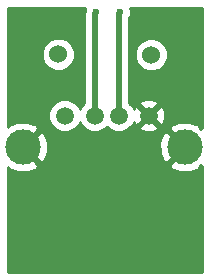
<source format=gbr>
G04 #@! TF.FileFunction,Copper,L1,Top,Signal*
%FSLAX46Y46*%
G04 Gerber Fmt 4.6, Leading zero omitted, Abs format (unit mm)*
G04 Created by KiCad (PCBNEW 0.201508300901+6132~28~ubuntu15.04.1-product) date Thu 03 Sep 2015 23:07:28 CEST*
%MOMM*%
G01*
G04 APERTURE LIST*
%ADD10C,0.100000*%
%ADD11C,1.524000*%
%ADD12C,1.501140*%
%ADD13C,2.999740*%
%ADD14C,0.600000*%
%ADD15C,0.500000*%
%ADD16C,0.254000*%
G04 APERTURE END LIST*
D10*
D11*
X147957000Y-99822000D03*
X155827000Y-99852000D03*
D12*
X155613960Y-105001480D03*
X153073960Y-105001480D03*
X151041960Y-105001480D03*
X148501960Y-105001480D03*
D13*
X158661960Y-107668480D03*
X144945960Y-107668480D03*
D14*
X151130000Y-96266000D03*
X153162000Y-96266000D03*
D15*
X151041960Y-105001480D02*
X151041960Y-96354040D01*
X151041960Y-96354040D02*
X151130000Y-96266000D01*
X153073960Y-105001480D02*
X153073960Y-96354040D01*
X153073960Y-96354040D02*
X153162000Y-96266000D01*
D16*
G36*
X150195162Y-96079201D02*
X150195090Y-96162349D01*
X150156959Y-96354040D01*
X150156960Y-96354045D01*
X150156960Y-103927153D01*
X149868016Y-104215593D01*
X149771985Y-104446861D01*
X149677274Y-104217643D01*
X149287847Y-103827536D01*
X148778776Y-103616151D01*
X148227562Y-103615670D01*
X147718123Y-103826166D01*
X147328016Y-104215593D01*
X147116631Y-104724664D01*
X147116150Y-105275878D01*
X147326646Y-105785317D01*
X147716073Y-106175424D01*
X148225144Y-106386809D01*
X148776358Y-106387290D01*
X149285797Y-106176794D01*
X149675904Y-105787367D01*
X149771935Y-105556099D01*
X149866646Y-105785317D01*
X150256073Y-106175424D01*
X150765144Y-106386809D01*
X151316358Y-106387290D01*
X151825797Y-106176794D01*
X152058023Y-105944973D01*
X152288073Y-106175424D01*
X152797144Y-106386809D01*
X153348358Y-106387290D01*
X153857797Y-106176794D01*
X154061536Y-105973410D01*
X154821635Y-105973410D01*
X154889695Y-106214411D01*
X155408994Y-106399247D01*
X155959498Y-106371285D01*
X156338225Y-106214411D01*
X156406285Y-105973410D01*
X155613960Y-105181085D01*
X154821635Y-105973410D01*
X154061536Y-105973410D01*
X154247904Y-105787367D01*
X154337339Y-105571984D01*
X154401029Y-105725745D01*
X154642030Y-105793805D01*
X155434355Y-105001480D01*
X155793565Y-105001480D01*
X156585890Y-105793805D01*
X156826891Y-105725745D01*
X157011727Y-105206446D01*
X156983765Y-104655942D01*
X156826891Y-104277215D01*
X156585890Y-104209155D01*
X155793565Y-105001480D01*
X155434355Y-105001480D01*
X154642030Y-104209155D01*
X154401029Y-104277215D01*
X154342191Y-104442520D01*
X154249274Y-104217643D01*
X154061509Y-104029550D01*
X154821635Y-104029550D01*
X155613960Y-104821875D01*
X156406285Y-104029550D01*
X156338225Y-103788549D01*
X155818926Y-103603713D01*
X155268422Y-103631675D01*
X154889695Y-103788549D01*
X154821635Y-104029550D01*
X154061509Y-104029550D01*
X153958960Y-103926822D01*
X153958960Y-100128661D01*
X154429758Y-100128661D01*
X154641990Y-100642303D01*
X155034630Y-101035629D01*
X155547900Y-101248757D01*
X156103661Y-101249242D01*
X156617303Y-101037010D01*
X157010629Y-100644370D01*
X157223757Y-100131100D01*
X157224242Y-99575339D01*
X157012010Y-99061697D01*
X156619370Y-98668371D01*
X156106100Y-98455243D01*
X155550339Y-98454758D01*
X155036697Y-98666990D01*
X154643371Y-99059630D01*
X154430243Y-99572900D01*
X154429758Y-100128661D01*
X153958960Y-100128661D01*
X153958960Y-96784844D01*
X154096838Y-96452799D01*
X154097162Y-96080833D01*
X154036905Y-95935000D01*
X160097000Y-95935000D01*
X160097000Y-106053832D01*
X159996231Y-106154601D01*
X159836465Y-105835848D01*
X159045743Y-105525885D01*
X158196594Y-105542113D01*
X157487455Y-105835848D01*
X157327688Y-106154603D01*
X158661960Y-107488875D01*
X158676103Y-107474733D01*
X158855708Y-107654338D01*
X158841565Y-107668480D01*
X158855708Y-107682623D01*
X158676103Y-107862228D01*
X158661960Y-107848085D01*
X157327688Y-109182357D01*
X157487455Y-109501112D01*
X158278177Y-109811075D01*
X159127326Y-109794847D01*
X159836465Y-109501112D01*
X159996231Y-109182359D01*
X160097000Y-109283128D01*
X160097000Y-118237000D01*
X143687000Y-118237000D01*
X143687000Y-109332614D01*
X143771455Y-109501112D01*
X144562177Y-109811075D01*
X145411326Y-109794847D01*
X146120465Y-109501112D01*
X146280232Y-109182357D01*
X144945960Y-107848085D01*
X144931818Y-107862228D01*
X144752213Y-107682623D01*
X144766355Y-107668480D01*
X145125565Y-107668480D01*
X146459837Y-109002752D01*
X146778592Y-108842985D01*
X147088555Y-108052263D01*
X147073887Y-107284697D01*
X156519365Y-107284697D01*
X156535593Y-108133846D01*
X156829328Y-108842985D01*
X157148083Y-109002752D01*
X158482355Y-107668480D01*
X157148083Y-106334208D01*
X156829328Y-106493975D01*
X156519365Y-107284697D01*
X147073887Y-107284697D01*
X147072327Y-107203114D01*
X146778592Y-106493975D01*
X146459837Y-106334208D01*
X145125565Y-107668480D01*
X144766355Y-107668480D01*
X144752213Y-107654338D01*
X144931818Y-107474733D01*
X144945960Y-107488875D01*
X146280232Y-106154603D01*
X146120465Y-105835848D01*
X145329743Y-105525885D01*
X144480594Y-105542113D01*
X143771455Y-105835848D01*
X143687000Y-106004346D01*
X143687000Y-100098661D01*
X146559758Y-100098661D01*
X146771990Y-100612303D01*
X147164630Y-101005629D01*
X147677900Y-101218757D01*
X148233661Y-101219242D01*
X148747303Y-101007010D01*
X149140629Y-100614370D01*
X149353757Y-100101100D01*
X149354242Y-99545339D01*
X149142010Y-99031697D01*
X148749370Y-98638371D01*
X148236100Y-98425243D01*
X147680339Y-98424758D01*
X147166697Y-98636990D01*
X146773371Y-99029630D01*
X146560243Y-99542900D01*
X146559758Y-100098661D01*
X143687000Y-100098661D01*
X143687000Y-95935000D01*
X150255040Y-95935000D01*
X150195162Y-96079201D01*
X150195162Y-96079201D01*
G37*
X150195162Y-96079201D02*
X150195090Y-96162349D01*
X150156959Y-96354040D01*
X150156960Y-96354045D01*
X150156960Y-103927153D01*
X149868016Y-104215593D01*
X149771985Y-104446861D01*
X149677274Y-104217643D01*
X149287847Y-103827536D01*
X148778776Y-103616151D01*
X148227562Y-103615670D01*
X147718123Y-103826166D01*
X147328016Y-104215593D01*
X147116631Y-104724664D01*
X147116150Y-105275878D01*
X147326646Y-105785317D01*
X147716073Y-106175424D01*
X148225144Y-106386809D01*
X148776358Y-106387290D01*
X149285797Y-106176794D01*
X149675904Y-105787367D01*
X149771935Y-105556099D01*
X149866646Y-105785317D01*
X150256073Y-106175424D01*
X150765144Y-106386809D01*
X151316358Y-106387290D01*
X151825797Y-106176794D01*
X152058023Y-105944973D01*
X152288073Y-106175424D01*
X152797144Y-106386809D01*
X153348358Y-106387290D01*
X153857797Y-106176794D01*
X154061536Y-105973410D01*
X154821635Y-105973410D01*
X154889695Y-106214411D01*
X155408994Y-106399247D01*
X155959498Y-106371285D01*
X156338225Y-106214411D01*
X156406285Y-105973410D01*
X155613960Y-105181085D01*
X154821635Y-105973410D01*
X154061536Y-105973410D01*
X154247904Y-105787367D01*
X154337339Y-105571984D01*
X154401029Y-105725745D01*
X154642030Y-105793805D01*
X155434355Y-105001480D01*
X155793565Y-105001480D01*
X156585890Y-105793805D01*
X156826891Y-105725745D01*
X157011727Y-105206446D01*
X156983765Y-104655942D01*
X156826891Y-104277215D01*
X156585890Y-104209155D01*
X155793565Y-105001480D01*
X155434355Y-105001480D01*
X154642030Y-104209155D01*
X154401029Y-104277215D01*
X154342191Y-104442520D01*
X154249274Y-104217643D01*
X154061509Y-104029550D01*
X154821635Y-104029550D01*
X155613960Y-104821875D01*
X156406285Y-104029550D01*
X156338225Y-103788549D01*
X155818926Y-103603713D01*
X155268422Y-103631675D01*
X154889695Y-103788549D01*
X154821635Y-104029550D01*
X154061509Y-104029550D01*
X153958960Y-103926822D01*
X153958960Y-100128661D01*
X154429758Y-100128661D01*
X154641990Y-100642303D01*
X155034630Y-101035629D01*
X155547900Y-101248757D01*
X156103661Y-101249242D01*
X156617303Y-101037010D01*
X157010629Y-100644370D01*
X157223757Y-100131100D01*
X157224242Y-99575339D01*
X157012010Y-99061697D01*
X156619370Y-98668371D01*
X156106100Y-98455243D01*
X155550339Y-98454758D01*
X155036697Y-98666990D01*
X154643371Y-99059630D01*
X154430243Y-99572900D01*
X154429758Y-100128661D01*
X153958960Y-100128661D01*
X153958960Y-96784844D01*
X154096838Y-96452799D01*
X154097162Y-96080833D01*
X154036905Y-95935000D01*
X160097000Y-95935000D01*
X160097000Y-106053832D01*
X159996231Y-106154601D01*
X159836465Y-105835848D01*
X159045743Y-105525885D01*
X158196594Y-105542113D01*
X157487455Y-105835848D01*
X157327688Y-106154603D01*
X158661960Y-107488875D01*
X158676103Y-107474733D01*
X158855708Y-107654338D01*
X158841565Y-107668480D01*
X158855708Y-107682623D01*
X158676103Y-107862228D01*
X158661960Y-107848085D01*
X157327688Y-109182357D01*
X157487455Y-109501112D01*
X158278177Y-109811075D01*
X159127326Y-109794847D01*
X159836465Y-109501112D01*
X159996231Y-109182359D01*
X160097000Y-109283128D01*
X160097000Y-118237000D01*
X143687000Y-118237000D01*
X143687000Y-109332614D01*
X143771455Y-109501112D01*
X144562177Y-109811075D01*
X145411326Y-109794847D01*
X146120465Y-109501112D01*
X146280232Y-109182357D01*
X144945960Y-107848085D01*
X144931818Y-107862228D01*
X144752213Y-107682623D01*
X144766355Y-107668480D01*
X145125565Y-107668480D01*
X146459837Y-109002752D01*
X146778592Y-108842985D01*
X147088555Y-108052263D01*
X147073887Y-107284697D01*
X156519365Y-107284697D01*
X156535593Y-108133846D01*
X156829328Y-108842985D01*
X157148083Y-109002752D01*
X158482355Y-107668480D01*
X157148083Y-106334208D01*
X156829328Y-106493975D01*
X156519365Y-107284697D01*
X147073887Y-107284697D01*
X147072327Y-107203114D01*
X146778592Y-106493975D01*
X146459837Y-106334208D01*
X145125565Y-107668480D01*
X144766355Y-107668480D01*
X144752213Y-107654338D01*
X144931818Y-107474733D01*
X144945960Y-107488875D01*
X146280232Y-106154603D01*
X146120465Y-105835848D01*
X145329743Y-105525885D01*
X144480594Y-105542113D01*
X143771455Y-105835848D01*
X143687000Y-106004346D01*
X143687000Y-100098661D01*
X146559758Y-100098661D01*
X146771990Y-100612303D01*
X147164630Y-101005629D01*
X147677900Y-101218757D01*
X148233661Y-101219242D01*
X148747303Y-101007010D01*
X149140629Y-100614370D01*
X149353757Y-100101100D01*
X149354242Y-99545339D01*
X149142010Y-99031697D01*
X148749370Y-98638371D01*
X148236100Y-98425243D01*
X147680339Y-98424758D01*
X147166697Y-98636990D01*
X146773371Y-99029630D01*
X146560243Y-99542900D01*
X146559758Y-100098661D01*
X143687000Y-100098661D01*
X143687000Y-95935000D01*
X150255040Y-95935000D01*
X150195162Y-96079201D01*
M02*

</source>
